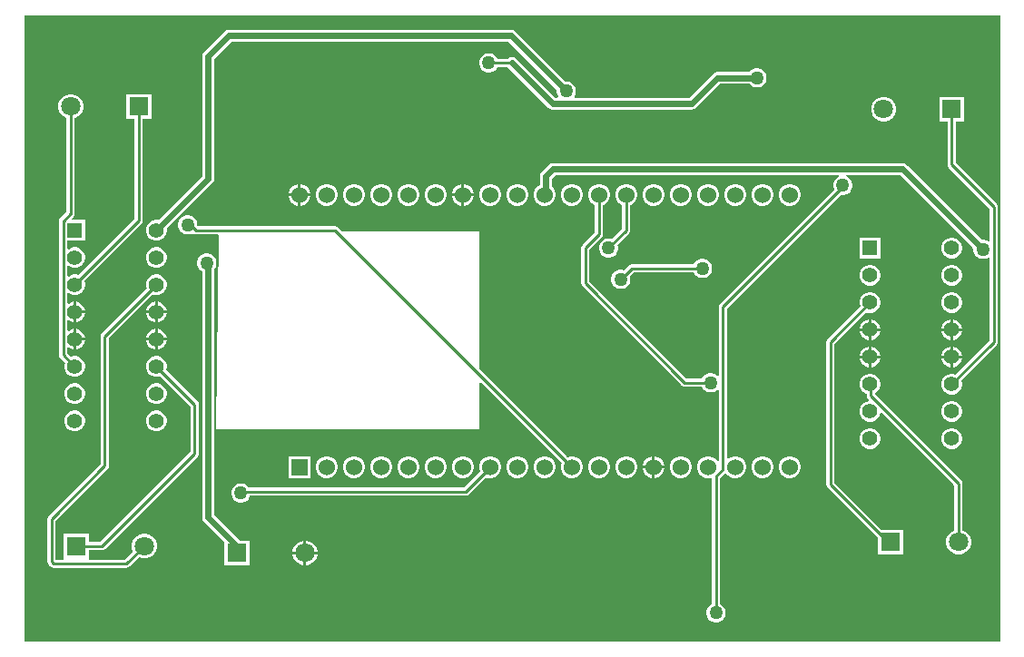
<source format=gbl>
G04*
G04 #@! TF.GenerationSoftware,Altium Limited,Altium Designer,23.9.2 (47)*
G04*
G04 Layer_Physical_Order=2*
G04 Layer_Color=16711680*
%FSLAX44Y44*%
%MOMM*%
G71*
G04*
G04 #@! TF.SameCoordinates,B2DA11A5-FBF5-4D8A-B6B0-860E356D3A20*
G04*
G04*
G04 #@! TF.FilePolarity,Positive*
G04*
G01*
G75*
%ADD12C,0.6000*%
%ADD15C,0.2540*%
%ADD49R,1.5300X1.5300*%
%ADD50C,1.5300*%
%ADD51R,1.8000X1.8000*%
%ADD52C,1.8000*%
%ADD53C,1.4000*%
%ADD54R,1.4000X1.4000*%
%ADD55C,1.2700*%
G36*
X1077640Y741680D02*
Y301930D01*
X1077640Y157480D01*
X467640D01*
X167640Y157480D01*
Y601930D01*
X167640Y741680D01*
X927640D01*
X1077640Y741680D01*
D02*
G37*
%LPC*%
G36*
X621490Y728279D02*
X621490Y728279D01*
X358140D01*
X358140Y728279D01*
X355978Y727849D01*
X354146Y726624D01*
X354146Y726624D01*
X335096Y707574D01*
X333871Y705742D01*
X333441Y703580D01*
X333442Y703580D01*
Y591620D01*
X292319Y550498D01*
X292086Y550560D01*
X289574D01*
X287148Y549910D01*
X284972Y548654D01*
X283196Y546878D01*
X281940Y544702D01*
X281290Y542276D01*
Y539764D01*
X281940Y537338D01*
X283196Y535162D01*
X284972Y533386D01*
X287148Y532130D01*
X289574Y531480D01*
X292086D01*
X294512Y532130D01*
X296688Y533386D01*
X298464Y535162D01*
X299720Y537338D01*
X300370Y539764D01*
Y542276D01*
X300308Y542509D01*
X343084Y585286D01*
X343084Y585286D01*
X344309Y587118D01*
X344739Y589280D01*
X344739Y589280D01*
Y701240D01*
X360480Y716982D01*
X619150D01*
X664210Y671922D01*
Y669850D01*
X664816Y667589D01*
X665705Y666049D01*
X665079Y664779D01*
X662740D01*
X626294Y701224D01*
X624462Y702449D01*
X622300Y702879D01*
X620138Y702449D01*
X618306Y701224D01*
X618233Y701115D01*
X608732D01*
X607824Y702689D01*
X606169Y704344D01*
X604141Y705514D01*
X601880Y706120D01*
X599540D01*
X597279Y705514D01*
X595251Y704344D01*
X593596Y702689D01*
X592426Y700661D01*
X591820Y698400D01*
Y696060D01*
X592426Y693799D01*
X593596Y691771D01*
X595251Y690116D01*
X597279Y688946D01*
X599540Y688340D01*
X601880D01*
X604141Y688946D01*
X606169Y690116D01*
X607824Y691771D01*
X608732Y693345D01*
X618233D01*
X618306Y693236D01*
X656406Y655136D01*
X656406Y655136D01*
X658238Y653911D01*
X660400Y653482D01*
X789940D01*
X789940Y653481D01*
X792102Y653911D01*
X793934Y655136D01*
X816410Y677611D01*
X843976D01*
X845441Y676146D01*
X847469Y674976D01*
X849730Y674370D01*
X852070D01*
X854331Y674976D01*
X856359Y676146D01*
X858014Y677801D01*
X859184Y679829D01*
X859790Y682090D01*
Y684430D01*
X859184Y686691D01*
X858014Y688719D01*
X856359Y690374D01*
X854331Y691544D01*
X852070Y692150D01*
X849730D01*
X847469Y691544D01*
X845441Y690374D01*
X843976Y688908D01*
X814070D01*
X814070Y688909D01*
X811908Y688479D01*
X810076Y687254D01*
X810076Y687254D01*
X787600Y664779D01*
X681121D01*
X680495Y666049D01*
X681384Y667589D01*
X681990Y669850D01*
Y672190D01*
X681384Y674451D01*
X680214Y676479D01*
X678559Y678134D01*
X676531Y679304D01*
X674270Y679910D01*
X672198D01*
X625484Y726624D01*
X623652Y727849D01*
X621490Y728279D01*
D02*
G37*
G36*
X970529Y665590D02*
X967491D01*
X964556Y664803D01*
X961924Y663284D01*
X959776Y661136D01*
X958257Y658504D01*
X957470Y655569D01*
Y652531D01*
X958257Y649596D01*
X959776Y646964D01*
X961924Y644816D01*
X964556Y643297D01*
X967491Y642510D01*
X970529D01*
X973464Y643297D01*
X976096Y644816D01*
X978244Y646964D01*
X979763Y649596D01*
X980550Y652531D01*
Y655569D01*
X979763Y658504D01*
X978244Y661136D01*
X976096Y663284D01*
X973464Y664803D01*
X970529Y665590D01*
D02*
G37*
G36*
X577922Y584230D02*
X577850D01*
Y575310D01*
X586770D01*
Y575382D01*
X586076Y577973D01*
X584734Y580297D01*
X582837Y582194D01*
X580513Y583536D01*
X577922Y584230D01*
D02*
G37*
G36*
X425522D02*
X425450D01*
Y575310D01*
X434370D01*
Y575382D01*
X433676Y577973D01*
X432334Y580297D01*
X430437Y582194D01*
X428113Y583536D01*
X425522Y584230D01*
D02*
G37*
G36*
X575310D02*
X575238D01*
X572647Y583536D01*
X570323Y582194D01*
X568426Y580297D01*
X567084Y577973D01*
X566390Y575382D01*
Y575310D01*
X575310D01*
Y584230D01*
D02*
G37*
G36*
X422910D02*
X422838D01*
X420247Y583536D01*
X417923Y582194D01*
X416026Y580297D01*
X414684Y577973D01*
X413990Y575382D01*
Y575310D01*
X422910D01*
Y584230D01*
D02*
G37*
G36*
X882722D02*
X880038D01*
X877447Y583536D01*
X875123Y582194D01*
X873226Y580297D01*
X871884Y577973D01*
X871190Y575382D01*
Y572698D01*
X871884Y570107D01*
X873226Y567783D01*
X875123Y565886D01*
X877447Y564544D01*
X880038Y563850D01*
X882722D01*
X885313Y564544D01*
X887637Y565886D01*
X889534Y567783D01*
X890876Y570107D01*
X891570Y572698D01*
Y575382D01*
X890876Y577973D01*
X889534Y580297D01*
X887637Y582194D01*
X885313Y583536D01*
X882722Y584230D01*
D02*
G37*
G36*
X857322D02*
X854638D01*
X852047Y583536D01*
X849723Y582194D01*
X847826Y580297D01*
X846484Y577973D01*
X845790Y575382D01*
Y572698D01*
X846484Y570107D01*
X847826Y567783D01*
X849723Y565886D01*
X852047Y564544D01*
X854638Y563850D01*
X857322D01*
X859913Y564544D01*
X862237Y565886D01*
X864134Y567783D01*
X865476Y570107D01*
X866170Y572698D01*
Y575382D01*
X865476Y577973D01*
X864134Y580297D01*
X862237Y582194D01*
X859913Y583536D01*
X857322Y584230D01*
D02*
G37*
G36*
X831922D02*
X829238D01*
X826647Y583536D01*
X824323Y582194D01*
X822426Y580297D01*
X821084Y577973D01*
X820390Y575382D01*
Y572698D01*
X821084Y570107D01*
X822426Y567783D01*
X824323Y565886D01*
X826647Y564544D01*
X829238Y563850D01*
X831922D01*
X834513Y564544D01*
X836837Y565886D01*
X838734Y567783D01*
X840076Y570107D01*
X840770Y572698D01*
Y575382D01*
X840076Y577973D01*
X838734Y580297D01*
X836837Y582194D01*
X834513Y583536D01*
X831922Y584230D01*
D02*
G37*
G36*
X806522D02*
X803838D01*
X801247Y583536D01*
X798923Y582194D01*
X797026Y580297D01*
X795684Y577973D01*
X794990Y575382D01*
Y572698D01*
X795684Y570107D01*
X797026Y567783D01*
X798923Y565886D01*
X801247Y564544D01*
X803838Y563850D01*
X806522D01*
X809113Y564544D01*
X811437Y565886D01*
X813334Y567783D01*
X814676Y570107D01*
X815370Y572698D01*
Y575382D01*
X814676Y577973D01*
X813334Y580297D01*
X811437Y582194D01*
X809113Y583536D01*
X806522Y584230D01*
D02*
G37*
G36*
X781122D02*
X778438D01*
X775847Y583536D01*
X773523Y582194D01*
X771626Y580297D01*
X770284Y577973D01*
X769590Y575382D01*
Y572698D01*
X770284Y570107D01*
X771626Y567783D01*
X773523Y565886D01*
X775847Y564544D01*
X778438Y563850D01*
X781122D01*
X783713Y564544D01*
X786037Y565886D01*
X787934Y567783D01*
X789276Y570107D01*
X789970Y572698D01*
Y575382D01*
X789276Y577973D01*
X787934Y580297D01*
X786037Y582194D01*
X783713Y583536D01*
X781122Y584230D01*
D02*
G37*
G36*
X755722D02*
X753038D01*
X750447Y583536D01*
X748123Y582194D01*
X746226Y580297D01*
X744884Y577973D01*
X744190Y575382D01*
Y572698D01*
X744884Y570107D01*
X746226Y567783D01*
X748123Y565886D01*
X750447Y564544D01*
X753038Y563850D01*
X755722D01*
X758313Y564544D01*
X760637Y565886D01*
X762534Y567783D01*
X763876Y570107D01*
X764570Y572698D01*
Y575382D01*
X763876Y577973D01*
X762534Y580297D01*
X760637Y582194D01*
X758313Y583536D01*
X755722Y584230D01*
D02*
G37*
G36*
X679522D02*
X676838D01*
X674247Y583536D01*
X671923Y582194D01*
X670026Y580297D01*
X668684Y577973D01*
X667990Y575382D01*
Y572698D01*
X668684Y570107D01*
X670026Y567783D01*
X671923Y565886D01*
X674247Y564544D01*
X676838Y563850D01*
X679522D01*
X682113Y564544D01*
X684437Y565886D01*
X686334Y567783D01*
X687676Y570107D01*
X688370Y572698D01*
Y575382D01*
X687676Y577973D01*
X686334Y580297D01*
X684437Y582194D01*
X682113Y583536D01*
X679522Y584230D01*
D02*
G37*
G36*
X628722D02*
X626038D01*
X623447Y583536D01*
X621123Y582194D01*
X619226Y580297D01*
X617884Y577973D01*
X617190Y575382D01*
Y572698D01*
X617884Y570107D01*
X619226Y567783D01*
X621123Y565886D01*
X623447Y564544D01*
X626038Y563850D01*
X628722D01*
X631313Y564544D01*
X633637Y565886D01*
X635534Y567783D01*
X636876Y570107D01*
X637570Y572698D01*
Y575382D01*
X636876Y577973D01*
X635534Y580297D01*
X633637Y582194D01*
X631313Y583536D01*
X628722Y584230D01*
D02*
G37*
G36*
X603322D02*
X600638D01*
X598047Y583536D01*
X595723Y582194D01*
X593826Y580297D01*
X592484Y577973D01*
X591790Y575382D01*
Y572698D01*
X592484Y570107D01*
X593826Y567783D01*
X595723Y565886D01*
X598047Y564544D01*
X600638Y563850D01*
X603322D01*
X605913Y564544D01*
X608237Y565886D01*
X610134Y567783D01*
X611476Y570107D01*
X612170Y572698D01*
Y575382D01*
X611476Y577973D01*
X610134Y580297D01*
X608237Y582194D01*
X605913Y583536D01*
X603322Y584230D01*
D02*
G37*
G36*
X586770Y572770D02*
X577850D01*
Y563850D01*
X577922D01*
X580513Y564544D01*
X582837Y565886D01*
X584734Y567783D01*
X586076Y570107D01*
X586770Y572698D01*
Y572770D01*
D02*
G37*
G36*
X575310D02*
X566390D01*
Y572698D01*
X567084Y570107D01*
X568426Y567783D01*
X570323Y565886D01*
X572647Y564544D01*
X575238Y563850D01*
X575310D01*
Y572770D01*
D02*
G37*
G36*
X552522Y584230D02*
X549838D01*
X547247Y583536D01*
X544923Y582194D01*
X543026Y580297D01*
X541684Y577973D01*
X540990Y575382D01*
Y572698D01*
X541684Y570107D01*
X543026Y567783D01*
X544923Y565886D01*
X547247Y564544D01*
X549838Y563850D01*
X552522D01*
X555113Y564544D01*
X557437Y565886D01*
X559334Y567783D01*
X560676Y570107D01*
X561370Y572698D01*
Y575382D01*
X560676Y577973D01*
X559334Y580297D01*
X557437Y582194D01*
X555113Y583536D01*
X552522Y584230D01*
D02*
G37*
G36*
X527122D02*
X524438D01*
X521847Y583536D01*
X519523Y582194D01*
X517626Y580297D01*
X516284Y577973D01*
X515590Y575382D01*
Y572698D01*
X516284Y570107D01*
X517626Y567783D01*
X519523Y565886D01*
X521847Y564544D01*
X524438Y563850D01*
X527122D01*
X529713Y564544D01*
X532037Y565886D01*
X533934Y567783D01*
X535276Y570107D01*
X535970Y572698D01*
Y575382D01*
X535276Y577973D01*
X533934Y580297D01*
X532037Y582194D01*
X529713Y583536D01*
X527122Y584230D01*
D02*
G37*
G36*
X501722D02*
X499038D01*
X496447Y583536D01*
X494123Y582194D01*
X492226Y580297D01*
X490884Y577973D01*
X490190Y575382D01*
Y572698D01*
X490884Y570107D01*
X492226Y567783D01*
X494123Y565886D01*
X496447Y564544D01*
X499038Y563850D01*
X501722D01*
X504313Y564544D01*
X506637Y565886D01*
X508534Y567783D01*
X509876Y570107D01*
X510570Y572698D01*
Y575382D01*
X509876Y577973D01*
X508534Y580297D01*
X506637Y582194D01*
X504313Y583536D01*
X501722Y584230D01*
D02*
G37*
G36*
X476322D02*
X473638D01*
X471047Y583536D01*
X468723Y582194D01*
X466826Y580297D01*
X465484Y577973D01*
X464790Y575382D01*
Y572698D01*
X465484Y570107D01*
X466826Y567783D01*
X468723Y565886D01*
X471047Y564544D01*
X473638Y563850D01*
X476322D01*
X478913Y564544D01*
X481237Y565886D01*
X483134Y567783D01*
X484476Y570107D01*
X485170Y572698D01*
Y575382D01*
X484476Y577973D01*
X483134Y580297D01*
X481237Y582194D01*
X478913Y583536D01*
X476322Y584230D01*
D02*
G37*
G36*
X450922D02*
X448238D01*
X445647Y583536D01*
X443323Y582194D01*
X441426Y580297D01*
X440084Y577973D01*
X439390Y575382D01*
Y572698D01*
X440084Y570107D01*
X441426Y567783D01*
X443323Y565886D01*
X445647Y564544D01*
X448238Y563850D01*
X450922D01*
X453513Y564544D01*
X455837Y565886D01*
X457734Y567783D01*
X459076Y570107D01*
X459770Y572698D01*
Y575382D01*
X459076Y577973D01*
X457734Y580297D01*
X455837Y582194D01*
X453513Y583536D01*
X450922Y584230D01*
D02*
G37*
G36*
X434370Y572770D02*
X425450D01*
Y563850D01*
X425522D01*
X428113Y564544D01*
X430437Y565886D01*
X432334Y567783D01*
X433676Y570107D01*
X434370Y572698D01*
Y572770D01*
D02*
G37*
G36*
X422910D02*
X413990D01*
Y572698D01*
X414684Y570107D01*
X416026Y567783D01*
X417923Y565886D01*
X420247Y564544D01*
X422838Y563850D01*
X422910D01*
Y572770D01*
D02*
G37*
G36*
X730322Y584230D02*
X727638D01*
X725047Y583536D01*
X722723Y582194D01*
X720826Y580297D01*
X719484Y577973D01*
X718790Y575382D01*
Y572698D01*
X719484Y570107D01*
X720826Y567783D01*
X722723Y565886D01*
X725047Y564544D01*
X725095Y564531D01*
Y542629D01*
X715396Y532930D01*
X713640Y533400D01*
X711300D01*
X709039Y532794D01*
X707011Y531624D01*
X705356Y529969D01*
X704186Y527941D01*
X703580Y525680D01*
Y523340D01*
X704186Y521079D01*
X705356Y519051D01*
X707011Y517396D01*
X709039Y516226D01*
X711300Y515620D01*
X713640D01*
X715901Y516226D01*
X717929Y517396D01*
X719584Y519051D01*
X720754Y521079D01*
X721360Y523340D01*
Y525680D01*
X720890Y527436D01*
X731727Y538273D01*
X732569Y539533D01*
X732865Y541020D01*
Y564531D01*
X732913Y564544D01*
X735237Y565886D01*
X737134Y567783D01*
X738476Y570107D01*
X739170Y572698D01*
Y575382D01*
X738476Y577973D01*
X737134Y580297D01*
X735237Y582194D01*
X732913Y583536D01*
X730322Y584230D01*
D02*
G37*
G36*
X1044050Y665590D02*
X1020970D01*
Y642510D01*
X1028625D01*
Y602361D01*
X1028921Y600874D01*
X1029763Y599614D01*
X1067995Y561382D01*
Y531217D01*
X1066725Y530615D01*
X1065151Y531524D01*
X1062890Y532130D01*
X1060818D01*
X990784Y602164D01*
X988952Y603389D01*
X986790Y603819D01*
X986790Y603819D01*
X660400D01*
X660400Y603819D01*
X658238Y603389D01*
X656406Y602164D01*
X656406Y602164D01*
X650021Y595779D01*
X648796Y593946D01*
X648366Y591785D01*
X648366Y591785D01*
Y583258D01*
X646523Y582194D01*
X644626Y580297D01*
X643284Y577973D01*
X642590Y575382D01*
Y572698D01*
X643284Y570107D01*
X644626Y567783D01*
X646523Y565886D01*
X648847Y564544D01*
X651438Y563850D01*
X654122D01*
X656713Y564544D01*
X659037Y565886D01*
X660934Y567783D01*
X662276Y570107D01*
X662970Y572698D01*
Y575382D01*
X662276Y577973D01*
X660934Y580297D01*
X659663Y581567D01*
Y589445D01*
X662740Y592522D01*
X927451D01*
X927618Y591251D01*
X927479Y591214D01*
X925451Y590044D01*
X923796Y588389D01*
X922626Y586361D01*
X922020Y584100D01*
Y581760D01*
X922626Y579499D01*
X922856Y579100D01*
X816373Y472617D01*
X815531Y471357D01*
X815235Y469870D01*
Y405633D01*
X813965Y405107D01*
X813179Y405894D01*
X811151Y407064D01*
X808890Y407670D01*
X806550D01*
X804289Y407064D01*
X802261Y405894D01*
X800606Y404239D01*
X799697Y402665D01*
X785199D01*
X694765Y493099D01*
Y522901D01*
X706327Y534463D01*
X707169Y535723D01*
X707465Y537210D01*
Y564531D01*
X707513Y564544D01*
X709837Y565886D01*
X711734Y567783D01*
X713076Y570107D01*
X713770Y572698D01*
Y575382D01*
X713076Y577973D01*
X711734Y580297D01*
X709837Y582194D01*
X707513Y583536D01*
X704922Y584230D01*
X702238D01*
X699647Y583536D01*
X697323Y582194D01*
X695426Y580297D01*
X694084Y577973D01*
X693390Y575382D01*
Y572698D01*
X694084Y570107D01*
X695426Y567783D01*
X697323Y565886D01*
X699647Y564544D01*
X699695Y564531D01*
Y538819D01*
X688133Y527257D01*
X687291Y525997D01*
X686995Y524510D01*
Y491490D01*
X687291Y490003D01*
X688133Y488743D01*
X780843Y396033D01*
X782103Y395191D01*
X783590Y394895D01*
X799697D01*
X800606Y393321D01*
X802261Y391666D01*
X804289Y390496D01*
X806550Y389890D01*
X808890D01*
X811151Y390496D01*
X813179Y391666D01*
X813965Y392453D01*
X815235Y391927D01*
Y325544D01*
X813965Y325203D01*
X813334Y326297D01*
X811437Y328194D01*
X809113Y329536D01*
X806522Y330230D01*
X803838D01*
X801247Y329536D01*
X798923Y328194D01*
X797026Y326297D01*
X795684Y323973D01*
X794990Y321382D01*
Y318698D01*
X795684Y316107D01*
X797026Y313783D01*
X798923Y311886D01*
X801247Y310544D01*
X803838Y309850D01*
X806522D01*
X807908Y310222D01*
X808915Y309448D01*
Y192173D01*
X807341Y191264D01*
X805686Y189609D01*
X804516Y187581D01*
X803910Y185320D01*
Y182980D01*
X804516Y180719D01*
X805686Y178691D01*
X807341Y177036D01*
X809369Y175866D01*
X811630Y175260D01*
X813970D01*
X816231Y175866D01*
X818259Y177036D01*
X819914Y178691D01*
X821084Y180719D01*
X821690Y182980D01*
Y185320D01*
X821084Y187581D01*
X819914Y189609D01*
X818259Y191264D01*
X816685Y192173D01*
Y309844D01*
X821029Y314188D01*
X822288Y314022D01*
X822426Y313783D01*
X824323Y311886D01*
X826647Y310544D01*
X829238Y309850D01*
X831922D01*
X834513Y310544D01*
X836837Y311886D01*
X838734Y313783D01*
X840076Y316107D01*
X840770Y318698D01*
Y321382D01*
X840076Y323973D01*
X838734Y326297D01*
X836837Y328194D01*
X834513Y329536D01*
X831922Y330230D01*
X829238D01*
X826647Y329536D01*
X824323Y328194D01*
X824178Y328049D01*
X823005Y328535D01*
Y468261D01*
X928986Y574242D01*
X929740Y574040D01*
X932080D01*
X934341Y574646D01*
X936369Y575816D01*
X938024Y577471D01*
X939194Y579499D01*
X939800Y581760D01*
Y584100D01*
X939194Y586361D01*
X938024Y588389D01*
X936369Y590044D01*
X934341Y591214D01*
X934202Y591251D01*
X934369Y592522D01*
X984450D01*
X1052830Y524142D01*
Y522070D01*
X1053436Y519809D01*
X1054606Y517781D01*
X1056261Y516126D01*
X1058289Y514956D01*
X1060550Y514350D01*
X1062890D01*
X1065151Y514956D01*
X1066725Y515865D01*
X1067995Y515263D01*
Y438489D01*
X1035967Y406460D01*
X1033766Y407050D01*
X1031254D01*
X1028828Y406400D01*
X1026652Y405144D01*
X1024876Y403368D01*
X1023620Y401192D01*
X1022970Y398766D01*
Y396254D01*
X1023620Y393828D01*
X1024876Y391652D01*
X1026652Y389876D01*
X1028828Y388620D01*
X1031254Y387970D01*
X1033766D01*
X1036192Y388620D01*
X1038368Y389876D01*
X1040144Y391652D01*
X1041400Y393828D01*
X1042050Y396254D01*
Y398766D01*
X1041460Y400967D01*
X1074627Y434133D01*
X1075469Y435393D01*
X1075765Y436880D01*
Y562991D01*
X1075469Y564477D01*
X1074627Y565738D01*
X1036395Y603970D01*
Y642510D01*
X1044050D01*
Y665590D01*
D02*
G37*
G36*
X1033766Y534050D02*
X1031254D01*
X1028828Y533400D01*
X1026652Y532144D01*
X1024876Y530368D01*
X1023620Y528192D01*
X1022970Y525766D01*
Y523254D01*
X1023620Y520828D01*
X1024876Y518652D01*
X1026652Y516876D01*
X1028828Y515620D01*
X1031254Y514970D01*
X1033766D01*
X1036192Y515620D01*
X1038368Y516876D01*
X1040144Y518652D01*
X1041400Y520828D01*
X1042050Y523254D01*
Y525766D01*
X1041400Y528192D01*
X1040144Y530368D01*
X1038368Y532144D01*
X1036192Y533400D01*
X1033766Y534050D01*
D02*
G37*
G36*
X965850D02*
X946770D01*
Y514970D01*
X965850D01*
Y534050D01*
D02*
G37*
G36*
X292086Y525160D02*
X289574D01*
X287148Y524510D01*
X284972Y523254D01*
X283196Y521478D01*
X281940Y519302D01*
X281290Y516876D01*
Y514364D01*
X281940Y511938D01*
X283196Y509762D01*
X284972Y507986D01*
X287148Y506730D01*
X289574Y506080D01*
X292086D01*
X294512Y506730D01*
X296688Y507986D01*
X298464Y509762D01*
X299720Y511938D01*
X300370Y514364D01*
Y516876D01*
X299720Y519302D01*
X298464Y521478D01*
X296688Y523254D01*
X294512Y524510D01*
X292086Y525160D01*
D02*
G37*
G36*
X285860Y668130D02*
X262780D01*
Y645050D01*
X270435D01*
Y551519D01*
X218087Y499170D01*
X215886Y499760D01*
X213374D01*
X210948Y499110D01*
X208975Y497971D01*
X207705Y498390D01*
Y507450D01*
X208975Y507869D01*
X210948Y506730D01*
X213374Y506080D01*
X215886D01*
X218312Y506730D01*
X220488Y507986D01*
X222264Y509762D01*
X223520Y511938D01*
X224170Y514364D01*
Y516876D01*
X223520Y519302D01*
X222264Y521478D01*
X220488Y523254D01*
X218312Y524510D01*
X215886Y525160D01*
X213374D01*
X210948Y524510D01*
X208975Y523371D01*
X207705Y523790D01*
Y531480D01*
X224170D01*
Y550560D01*
X211935D01*
X211449Y551733D01*
X213567Y553851D01*
X214409Y555112D01*
X214705Y556598D01*
Y645684D01*
X215274Y645836D01*
X217906Y647356D01*
X220054Y649504D01*
X221574Y652136D01*
X222360Y655071D01*
Y658109D01*
X221574Y661044D01*
X220054Y663676D01*
X217906Y665824D01*
X215274Y667344D01*
X212339Y668130D01*
X209301D01*
X206366Y667344D01*
X203734Y665824D01*
X201586Y663676D01*
X200067Y661044D01*
X199280Y658109D01*
Y655071D01*
X200067Y652136D01*
X201586Y649504D01*
X203734Y647356D01*
X206366Y645836D01*
X206935Y645684D01*
Y558207D01*
X201073Y552345D01*
X200231Y551085D01*
X199935Y549598D01*
Y424830D01*
X200231Y423343D01*
X201073Y422083D01*
X205680Y417477D01*
X205090Y415276D01*
Y412764D01*
X205740Y410338D01*
X206996Y408162D01*
X208772Y406386D01*
X210948Y405130D01*
X213374Y404480D01*
X215886D01*
X218312Y405130D01*
X220488Y406386D01*
X222264Y408162D01*
X223520Y410338D01*
X224170Y412764D01*
Y415276D01*
X223520Y417702D01*
X222264Y419878D01*
X220488Y421654D01*
X218312Y422910D01*
X215886Y423560D01*
X213374D01*
X211173Y422970D01*
X207705Y426439D01*
Y431250D01*
X208975Y431669D01*
X210948Y430530D01*
X213360Y429884D01*
Y439420D01*
Y448956D01*
X210948Y448310D01*
X208975Y447171D01*
X207705Y447590D01*
Y456650D01*
X208975Y457069D01*
X210948Y455930D01*
X213360Y455284D01*
Y464820D01*
Y474356D01*
X210948Y473710D01*
X208975Y472571D01*
X207705Y472990D01*
Y482050D01*
X208975Y482469D01*
X210948Y481330D01*
X213374Y480680D01*
X215886D01*
X218312Y481330D01*
X220488Y482586D01*
X222264Y484362D01*
X223520Y486538D01*
X224170Y488964D01*
Y491476D01*
X223580Y493677D01*
X277067Y547163D01*
X277909Y548423D01*
X278205Y549910D01*
Y645050D01*
X285860D01*
Y668130D01*
D02*
G37*
G36*
X801270Y514350D02*
X798930D01*
X796669Y513744D01*
X794641Y512574D01*
X792986Y510919D01*
X792077Y509345D01*
X734060D01*
X732573Y509049D01*
X731313Y508207D01*
X726826Y503720D01*
X725070Y504190D01*
X722730D01*
X720469Y503584D01*
X718441Y502414D01*
X716786Y500759D01*
X715616Y498731D01*
X715010Y496470D01*
Y494130D01*
X715616Y491869D01*
X716786Y489841D01*
X718441Y488186D01*
X720469Y487016D01*
X722730Y486410D01*
X725070D01*
X727331Y487016D01*
X729359Y488186D01*
X731014Y489841D01*
X732184Y491869D01*
X732790Y494130D01*
Y496470D01*
X732320Y498226D01*
X735669Y501575D01*
X792077D01*
X792986Y500001D01*
X794641Y498346D01*
X796669Y497176D01*
X798930Y496570D01*
X801270D01*
X803531Y497176D01*
X805559Y498346D01*
X807214Y500001D01*
X808384Y502029D01*
X808990Y504290D01*
Y506630D01*
X808384Y508891D01*
X807214Y510919D01*
X805559Y512574D01*
X803531Y513744D01*
X801270Y514350D01*
D02*
G37*
G36*
X1033766Y508650D02*
X1031254D01*
X1028828Y508000D01*
X1026652Y506744D01*
X1024876Y504968D01*
X1023620Y502792D01*
X1022970Y500366D01*
Y497854D01*
X1023620Y495428D01*
X1024876Y493252D01*
X1026652Y491476D01*
X1028828Y490220D01*
X1031254Y489570D01*
X1033766D01*
X1036192Y490220D01*
X1038368Y491476D01*
X1040144Y493252D01*
X1041400Y495428D01*
X1042050Y497854D01*
Y500366D01*
X1041400Y502792D01*
X1040144Y504968D01*
X1038368Y506744D01*
X1036192Y508000D01*
X1033766Y508650D01*
D02*
G37*
G36*
X957566D02*
X955054D01*
X952628Y508000D01*
X950452Y506744D01*
X948676Y504968D01*
X947420Y502792D01*
X946770Y500366D01*
Y497854D01*
X947420Y495428D01*
X948676Y493252D01*
X950452Y491476D01*
X952628Y490220D01*
X955054Y489570D01*
X957566D01*
X959992Y490220D01*
X962168Y491476D01*
X963944Y493252D01*
X965200Y495428D01*
X965850Y497854D01*
Y500366D01*
X965200Y502792D01*
X963944Y504968D01*
X962168Y506744D01*
X959992Y508000D01*
X957566Y508650D01*
D02*
G37*
G36*
X292086Y499760D02*
X289574D01*
X287148Y499110D01*
X284972Y497854D01*
X283196Y496078D01*
X281940Y493902D01*
X281290Y491476D01*
Y488964D01*
X281880Y486763D01*
X239823Y444707D01*
X238981Y443447D01*
X238685Y441960D01*
Y322919D01*
X190293Y274527D01*
X189451Y273267D01*
X189155Y271780D01*
Y231358D01*
X189451Y229871D01*
X190293Y228611D01*
X191781Y227123D01*
X193041Y226281D01*
X194528Y225985D01*
X262890D01*
X264377Y226281D01*
X265637Y227123D01*
X274435Y235921D01*
X274946Y235627D01*
X277881Y234840D01*
X280919D01*
X283854Y235627D01*
X286486Y237146D01*
X288634Y239294D01*
X290154Y241926D01*
X290940Y244861D01*
Y247899D01*
X290154Y250834D01*
X288634Y253466D01*
X286486Y255614D01*
X283854Y257134D01*
X280919Y257920D01*
X277881D01*
X274946Y257134D01*
X272314Y255614D01*
X270166Y253466D01*
X268647Y250834D01*
X267860Y247899D01*
Y244861D01*
X268647Y241926D01*
X268941Y241415D01*
X261281Y233755D01*
X227886D01*
X227440Y234840D01*
X227440Y235025D01*
Y242495D01*
X240030D01*
X241517Y242791D01*
X242777Y243633D01*
X329137Y329993D01*
X329979Y331253D01*
X330275Y332740D01*
Y378460D01*
X329979Y379947D01*
X329137Y381207D01*
X299780Y410563D01*
X300370Y412764D01*
Y415276D01*
X299720Y417702D01*
X298464Y419878D01*
X296688Y421654D01*
X294512Y422910D01*
X292086Y423560D01*
X289574D01*
X287148Y422910D01*
X284972Y421654D01*
X283196Y419878D01*
X281940Y417702D01*
X281290Y415276D01*
Y412764D01*
X281940Y410338D01*
X283196Y408162D01*
X284972Y406386D01*
X287148Y405130D01*
X289574Y404480D01*
X292086D01*
X294287Y405070D01*
X322505Y376851D01*
Y334349D01*
X238421Y250265D01*
X227440D01*
Y257920D01*
X204360D01*
Y235025D01*
X204360Y234840D01*
X203914Y233755D01*
X196925D01*
Y270171D01*
X245317Y318563D01*
X246159Y319823D01*
X246455Y321310D01*
Y440351D01*
X287373Y481270D01*
X289574Y480680D01*
X292086D01*
X294512Y481330D01*
X296688Y482586D01*
X298464Y484362D01*
X299720Y486538D01*
X300370Y488964D01*
Y491476D01*
X299720Y493902D01*
X298464Y496078D01*
X296688Y497854D01*
X294512Y499110D01*
X292086Y499760D01*
D02*
G37*
G36*
X292100Y474356D02*
Y466090D01*
X300366D01*
X299720Y468502D01*
X298464Y470678D01*
X296688Y472454D01*
X294512Y473710D01*
X292100Y474356D01*
D02*
G37*
G36*
X289560D02*
X287148Y473710D01*
X284972Y472454D01*
X283196Y470678D01*
X281940Y468502D01*
X281294Y466090D01*
X289560D01*
Y474356D01*
D02*
G37*
G36*
X215900D02*
Y466090D01*
X224166D01*
X223520Y468502D01*
X222264Y470678D01*
X220488Y472454D01*
X218312Y473710D01*
X215900Y474356D01*
D02*
G37*
G36*
X1033766Y483250D02*
X1031254D01*
X1028828Y482600D01*
X1026652Y481344D01*
X1024876Y479568D01*
X1023620Y477392D01*
X1022970Y474966D01*
Y472454D01*
X1023620Y470028D01*
X1024876Y467852D01*
X1026652Y466076D01*
X1028828Y464820D01*
X1031254Y464170D01*
X1033766D01*
X1036192Y464820D01*
X1038368Y466076D01*
X1040144Y467852D01*
X1041400Y470028D01*
X1042050Y472454D01*
Y474966D01*
X1041400Y477392D01*
X1040144Y479568D01*
X1038368Y481344D01*
X1036192Y482600D01*
X1033766Y483250D01*
D02*
G37*
G36*
X957566D02*
X955054D01*
X952628Y482600D01*
X950452Y481344D01*
X948676Y479568D01*
X947420Y477392D01*
X946770Y474966D01*
Y472454D01*
X947360Y470253D01*
X916733Y439627D01*
X915891Y438367D01*
X915595Y436880D01*
Y303530D01*
X915891Y302043D01*
X916733Y300783D01*
X963820Y253696D01*
Y238650D01*
X986900D01*
Y261730D01*
X966774D01*
X923365Y305139D01*
Y435271D01*
X952853Y464760D01*
X955054Y464170D01*
X957566D01*
X959992Y464820D01*
X962168Y466076D01*
X963944Y467852D01*
X965200Y470028D01*
X965850Y472454D01*
Y474966D01*
X965200Y477392D01*
X963944Y479568D01*
X962168Y481344D01*
X959992Y482600D01*
X957566Y483250D01*
D02*
G37*
G36*
X300366Y463550D02*
X292100D01*
Y455284D01*
X294512Y455930D01*
X296688Y457186D01*
X298464Y458962D01*
X299720Y461138D01*
X300366Y463550D01*
D02*
G37*
G36*
X289560D02*
X281294D01*
X281940Y461138D01*
X283196Y458962D01*
X284972Y457186D01*
X287148Y455930D01*
X289560Y455284D01*
Y463550D01*
D02*
G37*
G36*
X224166D02*
X215900D01*
Y455284D01*
X218312Y455930D01*
X220488Y457186D01*
X222264Y458962D01*
X223520Y461138D01*
X224166Y463550D01*
D02*
G37*
G36*
X1033780Y457846D02*
Y449580D01*
X1042046D01*
X1041400Y451992D01*
X1040144Y454168D01*
X1038368Y455944D01*
X1036192Y457200D01*
X1033780Y457846D01*
D02*
G37*
G36*
X1031240D02*
X1028828Y457200D01*
X1026652Y455944D01*
X1024876Y454168D01*
X1023620Y451992D01*
X1022974Y449580D01*
X1031240D01*
Y457846D01*
D02*
G37*
G36*
X957580D02*
Y449580D01*
X965846D01*
X965200Y451992D01*
X963944Y454168D01*
X962168Y455944D01*
X959992Y457200D01*
X957580Y457846D01*
D02*
G37*
G36*
X955040D02*
X952628Y457200D01*
X950452Y455944D01*
X948676Y454168D01*
X947420Y451992D01*
X946774Y449580D01*
X955040D01*
Y457846D01*
D02*
G37*
G36*
X292100Y448956D02*
Y440690D01*
X300366D01*
X299720Y443102D01*
X298464Y445278D01*
X296688Y447054D01*
X294512Y448310D01*
X292100Y448956D01*
D02*
G37*
G36*
X289560D02*
X287148Y448310D01*
X284972Y447054D01*
X283196Y445278D01*
X281940Y443102D01*
X281294Y440690D01*
X289560D01*
Y448956D01*
D02*
G37*
G36*
X215900D02*
Y440690D01*
X224166D01*
X223520Y443102D01*
X222264Y445278D01*
X220488Y447054D01*
X218312Y448310D01*
X215900Y448956D01*
D02*
G37*
G36*
X1042046Y447040D02*
X1033780D01*
Y438774D01*
X1036192Y439420D01*
X1038368Y440676D01*
X1040144Y442452D01*
X1041400Y444628D01*
X1042046Y447040D01*
D02*
G37*
G36*
X1031240D02*
X1022974D01*
X1023620Y444628D01*
X1024876Y442452D01*
X1026652Y440676D01*
X1028828Y439420D01*
X1031240Y438774D01*
Y447040D01*
D02*
G37*
G36*
X965846D02*
X957580D01*
Y438774D01*
X959992Y439420D01*
X962168Y440676D01*
X963944Y442452D01*
X965200Y444628D01*
X965846Y447040D01*
D02*
G37*
G36*
X955040D02*
X946774D01*
X947420Y444628D01*
X948676Y442452D01*
X950452Y440676D01*
X952628Y439420D01*
X955040Y438774D01*
Y447040D01*
D02*
G37*
G36*
X300366Y438150D02*
X292100D01*
Y429884D01*
X294512Y430530D01*
X296688Y431786D01*
X298464Y433562D01*
X299720Y435738D01*
X300366Y438150D01*
D02*
G37*
G36*
X289560D02*
X281294D01*
X281940Y435738D01*
X283196Y433562D01*
X284972Y431786D01*
X287148Y430530D01*
X289560Y429884D01*
Y438150D01*
D02*
G37*
G36*
X224166D02*
X215900D01*
Y429884D01*
X218312Y430530D01*
X220488Y431786D01*
X222264Y433562D01*
X223520Y435738D01*
X224166Y438150D01*
D02*
G37*
G36*
X1033780Y432446D02*
Y424180D01*
X1042046D01*
X1041400Y426592D01*
X1040144Y428768D01*
X1038368Y430544D01*
X1036192Y431800D01*
X1033780Y432446D01*
D02*
G37*
G36*
X1031240D02*
X1028828Y431800D01*
X1026652Y430544D01*
X1024876Y428768D01*
X1023620Y426592D01*
X1022974Y424180D01*
X1031240D01*
Y432446D01*
D02*
G37*
G36*
X957580D02*
Y424180D01*
X965846D01*
X965200Y426592D01*
X963944Y428768D01*
X962168Y430544D01*
X959992Y431800D01*
X957580Y432446D01*
D02*
G37*
G36*
X955040D02*
X952628Y431800D01*
X950452Y430544D01*
X948676Y428768D01*
X947420Y426592D01*
X946774Y424180D01*
X955040D01*
Y432446D01*
D02*
G37*
G36*
X1042046Y421640D02*
X1033780D01*
Y413374D01*
X1036192Y414020D01*
X1038368Y415276D01*
X1040144Y417052D01*
X1041400Y419228D01*
X1042046Y421640D01*
D02*
G37*
G36*
X1031240D02*
X1022974D01*
X1023620Y419228D01*
X1024876Y417052D01*
X1026652Y415276D01*
X1028828Y414020D01*
X1031240Y413374D01*
Y421640D01*
D02*
G37*
G36*
X965846D02*
X957580D01*
Y413374D01*
X959992Y414020D01*
X962168Y415276D01*
X963944Y417052D01*
X965200Y419228D01*
X965846Y421640D01*
D02*
G37*
G36*
X955040D02*
X946774D01*
X947420Y419228D01*
X948676Y417052D01*
X950452Y415276D01*
X952628Y414020D01*
X955040Y413374D01*
Y421640D01*
D02*
G37*
G36*
X292086Y398160D02*
X289574D01*
X287148Y397510D01*
X284972Y396254D01*
X283196Y394478D01*
X281940Y392302D01*
X281290Y389876D01*
Y387364D01*
X281940Y384938D01*
X283196Y382762D01*
X284972Y380986D01*
X287148Y379730D01*
X289574Y379080D01*
X292086D01*
X294512Y379730D01*
X296688Y380986D01*
X298464Y382762D01*
X299720Y384938D01*
X300370Y387364D01*
Y389876D01*
X299720Y392302D01*
X298464Y394478D01*
X296688Y396254D01*
X294512Y397510D01*
X292086Y398160D01*
D02*
G37*
G36*
X215886D02*
X213374D01*
X210948Y397510D01*
X208772Y396254D01*
X206996Y394478D01*
X205740Y392302D01*
X205090Y389876D01*
Y387364D01*
X205740Y384938D01*
X206996Y382762D01*
X208772Y380986D01*
X210948Y379730D01*
X213374Y379080D01*
X215886D01*
X218312Y379730D01*
X220488Y380986D01*
X222264Y382762D01*
X223520Y384938D01*
X224170Y387364D01*
Y389876D01*
X223520Y392302D01*
X222264Y394478D01*
X220488Y396254D01*
X218312Y397510D01*
X215886Y398160D01*
D02*
G37*
G36*
X1033766Y381650D02*
X1031254D01*
X1028828Y381000D01*
X1026652Y379744D01*
X1024876Y377968D01*
X1023620Y375792D01*
X1022970Y373366D01*
Y370854D01*
X1023620Y368428D01*
X1024876Y366252D01*
X1026652Y364476D01*
X1028828Y363220D01*
X1031254Y362570D01*
X1033766D01*
X1036192Y363220D01*
X1038368Y364476D01*
X1040144Y366252D01*
X1041400Y368428D01*
X1042050Y370854D01*
Y373366D01*
X1041400Y375792D01*
X1040144Y377968D01*
X1038368Y379744D01*
X1036192Y381000D01*
X1033766Y381650D01*
D02*
G37*
G36*
X292086Y372760D02*
X289574D01*
X287148Y372110D01*
X284972Y370854D01*
X283196Y369078D01*
X281940Y366902D01*
X281290Y364476D01*
Y361964D01*
X281940Y359538D01*
X283196Y357362D01*
X284972Y355586D01*
X287148Y354330D01*
X289574Y353680D01*
X292086D01*
X294512Y354330D01*
X296688Y355586D01*
X298464Y357362D01*
X299720Y359538D01*
X300370Y361964D01*
Y364476D01*
X299720Y366902D01*
X298464Y369078D01*
X296688Y370854D01*
X294512Y372110D01*
X292086Y372760D01*
D02*
G37*
G36*
X215886D02*
X213374D01*
X210948Y372110D01*
X208772Y370854D01*
X206996Y369078D01*
X205740Y366902D01*
X205090Y364476D01*
Y361964D01*
X205740Y359538D01*
X206996Y357362D01*
X208772Y355586D01*
X210948Y354330D01*
X213374Y353680D01*
X215886D01*
X218312Y354330D01*
X220488Y355586D01*
X222264Y357362D01*
X223520Y359538D01*
X224170Y361964D01*
Y364476D01*
X223520Y366902D01*
X222264Y369078D01*
X220488Y370854D01*
X218312Y372110D01*
X215886Y372760D01*
D02*
G37*
G36*
X1033766Y356250D02*
X1031254D01*
X1028828Y355600D01*
X1026652Y354344D01*
X1024876Y352568D01*
X1023620Y350392D01*
X1022970Y347966D01*
Y345454D01*
X1023620Y343028D01*
X1024876Y340852D01*
X1026652Y339076D01*
X1028828Y337820D01*
X1031254Y337170D01*
X1033766D01*
X1036192Y337820D01*
X1038368Y339076D01*
X1040144Y340852D01*
X1041400Y343028D01*
X1042050Y345454D01*
Y347966D01*
X1041400Y350392D01*
X1040144Y352568D01*
X1038368Y354344D01*
X1036192Y355600D01*
X1033766Y356250D01*
D02*
G37*
G36*
X957566D02*
X955054D01*
X952628Y355600D01*
X950452Y354344D01*
X948676Y352568D01*
X947420Y350392D01*
X946770Y347966D01*
Y345454D01*
X947420Y343028D01*
X948676Y340852D01*
X950452Y339076D01*
X952628Y337820D01*
X955054Y337170D01*
X957566D01*
X959992Y337820D01*
X962168Y339076D01*
X963944Y340852D01*
X965200Y343028D01*
X965850Y345454D01*
Y347966D01*
X965200Y350392D01*
X963944Y352568D01*
X962168Y354344D01*
X959992Y355600D01*
X957566Y356250D01*
D02*
G37*
G36*
X755722Y330230D02*
X755650D01*
Y321310D01*
X764570D01*
Y321382D01*
X763876Y323973D01*
X762534Y326297D01*
X760637Y328194D01*
X758313Y329536D01*
X755722Y330230D01*
D02*
G37*
G36*
X753110D02*
X753038D01*
X750447Y329536D01*
X748123Y328194D01*
X746226Y326297D01*
X744884Y323973D01*
X744190Y321382D01*
Y321310D01*
X753110D01*
Y330230D01*
D02*
G37*
G36*
X882722D02*
X880038D01*
X877447Y329536D01*
X875123Y328194D01*
X873226Y326297D01*
X871884Y323973D01*
X871190Y321382D01*
Y318698D01*
X871884Y316107D01*
X873226Y313783D01*
X875123Y311886D01*
X877447Y310544D01*
X880038Y309850D01*
X882722D01*
X885313Y310544D01*
X887637Y311886D01*
X889534Y313783D01*
X890876Y316107D01*
X891570Y318698D01*
Y321382D01*
X890876Y323973D01*
X889534Y326297D01*
X887637Y328194D01*
X885313Y329536D01*
X882722Y330230D01*
D02*
G37*
G36*
X857322D02*
X854638D01*
X852047Y329536D01*
X849723Y328194D01*
X847826Y326297D01*
X846484Y323973D01*
X845790Y321382D01*
Y318698D01*
X846484Y316107D01*
X847826Y313783D01*
X849723Y311886D01*
X852047Y310544D01*
X854638Y309850D01*
X857322D01*
X859913Y310544D01*
X862237Y311886D01*
X864134Y313783D01*
X865476Y316107D01*
X866170Y318698D01*
Y321382D01*
X865476Y323973D01*
X864134Y326297D01*
X862237Y328194D01*
X859913Y329536D01*
X857322Y330230D01*
D02*
G37*
G36*
X781122D02*
X778438D01*
X775847Y329536D01*
X773523Y328194D01*
X771626Y326297D01*
X770284Y323973D01*
X769590Y321382D01*
Y318698D01*
X770284Y316107D01*
X771626Y313783D01*
X773523Y311886D01*
X775847Y310544D01*
X778438Y309850D01*
X781122D01*
X783713Y310544D01*
X786037Y311886D01*
X787934Y313783D01*
X789276Y316107D01*
X789970Y318698D01*
Y321382D01*
X789276Y323973D01*
X787934Y326297D01*
X786037Y328194D01*
X783713Y329536D01*
X781122Y330230D01*
D02*
G37*
G36*
X764570Y318770D02*
X755650D01*
Y309850D01*
X755722D01*
X758313Y310544D01*
X760637Y311886D01*
X762534Y313783D01*
X763876Y316107D01*
X764570Y318698D01*
Y318770D01*
D02*
G37*
G36*
X753110D02*
X744190D01*
Y318698D01*
X744884Y316107D01*
X746226Y313783D01*
X748123Y311886D01*
X750447Y310544D01*
X753038Y309850D01*
X753110D01*
Y318770D01*
D02*
G37*
G36*
X730322Y330230D02*
X727638D01*
X725047Y329536D01*
X722723Y328194D01*
X720826Y326297D01*
X719484Y323973D01*
X718790Y321382D01*
Y318698D01*
X719484Y316107D01*
X720826Y313783D01*
X722723Y311886D01*
X725047Y310544D01*
X727638Y309850D01*
X730322D01*
X732913Y310544D01*
X735237Y311886D01*
X737134Y313783D01*
X738476Y316107D01*
X739170Y318698D01*
Y321382D01*
X738476Y323973D01*
X737134Y326297D01*
X735237Y328194D01*
X732913Y329536D01*
X730322Y330230D01*
D02*
G37*
G36*
X704922D02*
X702238D01*
X699647Y329536D01*
X697323Y328194D01*
X695426Y326297D01*
X694084Y323973D01*
X693390Y321382D01*
Y318698D01*
X694084Y316107D01*
X695426Y313783D01*
X697323Y311886D01*
X699647Y310544D01*
X702238Y309850D01*
X704922D01*
X707513Y310544D01*
X709837Y311886D01*
X711734Y313783D01*
X713076Y316107D01*
X713770Y318698D01*
Y321382D01*
X713076Y323973D01*
X711734Y326297D01*
X709837Y328194D01*
X707513Y329536D01*
X704922Y330230D01*
D02*
G37*
G36*
X321210Y554990D02*
X318870D01*
X316609Y554384D01*
X314581Y553214D01*
X312926Y551559D01*
X311756Y549531D01*
X311150Y547270D01*
Y544930D01*
X311756Y542669D01*
X312926Y540641D01*
X314581Y538986D01*
X316609Y537816D01*
X318870Y537210D01*
X321210D01*
X323471Y537816D01*
X324808Y538587D01*
X325122Y538273D01*
X326383Y537431D01*
X327869Y537135D01*
X348310D01*
X349202Y536231D01*
X346710Y355600D01*
X589280D01*
X591820Y355600D01*
Y399247D01*
X592993Y399733D01*
X668710Y324017D01*
X668684Y323973D01*
X667990Y321382D01*
Y318698D01*
X668684Y316107D01*
X670026Y313783D01*
X671923Y311886D01*
X674247Y310544D01*
X676838Y309850D01*
X679522D01*
X682113Y310544D01*
X684437Y311886D01*
X686334Y313783D01*
X687676Y316107D01*
X688370Y318698D01*
Y321382D01*
X687676Y323973D01*
X686334Y326297D01*
X684437Y328194D01*
X682113Y329536D01*
X679522Y330230D01*
X676838D01*
X674247Y329536D01*
X674203Y329510D01*
X591820Y411894D01*
Y539750D01*
X463964D01*
X459947Y543767D01*
X458687Y544609D01*
X457200Y544905D01*
X329478D01*
X328930Y545453D01*
Y547270D01*
X328324Y549531D01*
X327154Y551559D01*
X325499Y553214D01*
X323471Y554384D01*
X321210Y554990D01*
D02*
G37*
G36*
X654122Y330230D02*
X651438D01*
X648847Y329536D01*
X646523Y328194D01*
X644626Y326297D01*
X643284Y323973D01*
X642590Y321382D01*
Y318698D01*
X643284Y316107D01*
X644626Y313783D01*
X646523Y311886D01*
X648847Y310544D01*
X651438Y309850D01*
X654122D01*
X656713Y310544D01*
X659037Y311886D01*
X660934Y313783D01*
X662276Y316107D01*
X662970Y318698D01*
Y321382D01*
X662276Y323973D01*
X660934Y326297D01*
X659037Y328194D01*
X656713Y329536D01*
X654122Y330230D01*
D02*
G37*
G36*
X628722D02*
X626038D01*
X623447Y329536D01*
X621123Y328194D01*
X619226Y326297D01*
X617884Y323973D01*
X617190Y321382D01*
Y318698D01*
X617884Y316107D01*
X619226Y313783D01*
X621123Y311886D01*
X623447Y310544D01*
X626038Y309850D01*
X628722D01*
X631313Y310544D01*
X633637Y311886D01*
X635534Y313783D01*
X636876Y316107D01*
X637570Y318698D01*
Y321382D01*
X636876Y323973D01*
X635534Y326297D01*
X633637Y328194D01*
X631313Y329536D01*
X628722Y330230D01*
D02*
G37*
G36*
X603322D02*
X600638D01*
X598047Y329536D01*
X595723Y328194D01*
X593826Y326297D01*
X592484Y323973D01*
X591790Y321382D01*
Y318698D01*
X592484Y316107D01*
X592510Y316063D01*
X583883Y307437D01*
X577511Y301065D01*
X376859D01*
X376684Y301369D01*
X375029Y303024D01*
X373001Y304194D01*
X370740Y304800D01*
X368400D01*
X366139Y304194D01*
X364111Y303024D01*
X362456Y301369D01*
X361286Y299341D01*
X360680Y297080D01*
Y294740D01*
X361286Y292479D01*
X362456Y290451D01*
X364111Y288796D01*
X366139Y287626D01*
X368400Y287020D01*
X370740D01*
X373001Y287626D01*
X375029Y288796D01*
X376684Y290451D01*
X377854Y292479D01*
X378073Y293295D01*
X579120D01*
X580607Y293591D01*
X581867Y294433D01*
X589377Y301943D01*
X598003Y310570D01*
X598047Y310544D01*
X600638Y309850D01*
X603322D01*
X605913Y310544D01*
X608237Y311886D01*
X610134Y313783D01*
X611476Y316107D01*
X612170Y318698D01*
Y321382D01*
X611476Y323973D01*
X610134Y326297D01*
X608237Y328194D01*
X605913Y329536D01*
X603322Y330230D01*
D02*
G37*
G36*
X577922D02*
X575238D01*
X572647Y329536D01*
X570323Y328194D01*
X568426Y326297D01*
X567084Y323973D01*
X566390Y321382D01*
Y318698D01*
X567084Y316107D01*
X568426Y313783D01*
X570323Y311886D01*
X572647Y310544D01*
X575238Y309850D01*
X577922D01*
X580513Y310544D01*
X582837Y311886D01*
X584734Y313783D01*
X586076Y316107D01*
X586770Y318698D01*
Y321382D01*
X586076Y323973D01*
X584734Y326297D01*
X582837Y328194D01*
X580513Y329536D01*
X577922Y330230D01*
D02*
G37*
G36*
X552522D02*
X549838D01*
X547247Y329536D01*
X544923Y328194D01*
X543026Y326297D01*
X541684Y323973D01*
X540990Y321382D01*
Y318698D01*
X541684Y316107D01*
X543026Y313783D01*
X544923Y311886D01*
X547247Y310544D01*
X549838Y309850D01*
X552522D01*
X555113Y310544D01*
X557437Y311886D01*
X559334Y313783D01*
X560676Y316107D01*
X561370Y318698D01*
Y321382D01*
X560676Y323973D01*
X559334Y326297D01*
X557437Y328194D01*
X555113Y329536D01*
X552522Y330230D01*
D02*
G37*
G36*
X527122D02*
X524438D01*
X521847Y329536D01*
X519523Y328194D01*
X517626Y326297D01*
X516284Y323973D01*
X515590Y321382D01*
Y318698D01*
X516284Y316107D01*
X517626Y313783D01*
X519523Y311886D01*
X521847Y310544D01*
X524438Y309850D01*
X527122D01*
X529713Y310544D01*
X532037Y311886D01*
X533934Y313783D01*
X535276Y316107D01*
X535970Y318698D01*
Y321382D01*
X535276Y323973D01*
X533934Y326297D01*
X532037Y328194D01*
X529713Y329536D01*
X527122Y330230D01*
D02*
G37*
G36*
X501722D02*
X499038D01*
X496447Y329536D01*
X494123Y328194D01*
X492226Y326297D01*
X490884Y323973D01*
X490190Y321382D01*
Y318698D01*
X490884Y316107D01*
X492226Y313783D01*
X494123Y311886D01*
X496447Y310544D01*
X499038Y309850D01*
X501722D01*
X504313Y310544D01*
X506637Y311886D01*
X508534Y313783D01*
X509876Y316107D01*
X510570Y318698D01*
Y321382D01*
X509876Y323973D01*
X508534Y326297D01*
X506637Y328194D01*
X504313Y329536D01*
X501722Y330230D01*
D02*
G37*
G36*
X476322D02*
X473638D01*
X471047Y329536D01*
X468723Y328194D01*
X466826Y326297D01*
X465484Y323973D01*
X464790Y321382D01*
Y318698D01*
X465484Y316107D01*
X466826Y313783D01*
X468723Y311886D01*
X471047Y310544D01*
X473638Y309850D01*
X476322D01*
X478913Y310544D01*
X481237Y311886D01*
X483134Y313783D01*
X484476Y316107D01*
X485170Y318698D01*
Y321382D01*
X484476Y323973D01*
X483134Y326297D01*
X481237Y328194D01*
X478913Y329536D01*
X476322Y330230D01*
D02*
G37*
G36*
X450922D02*
X448238D01*
X445647Y329536D01*
X443323Y328194D01*
X441426Y326297D01*
X440084Y323973D01*
X439390Y321382D01*
Y318698D01*
X440084Y316107D01*
X441426Y313783D01*
X443323Y311886D01*
X445647Y310544D01*
X448238Y309850D01*
X450922D01*
X453513Y310544D01*
X455837Y311886D01*
X457734Y313783D01*
X459076Y316107D01*
X459770Y318698D01*
Y321382D01*
X459076Y323973D01*
X457734Y326297D01*
X455837Y328194D01*
X453513Y329536D01*
X450922Y330230D01*
D02*
G37*
G36*
X434370D02*
X413990D01*
Y309850D01*
X434370D01*
Y330230D01*
D02*
G37*
G36*
X430779Y251570D02*
X430530D01*
Y241300D01*
X440800D01*
Y241549D01*
X440014Y244484D01*
X438494Y247116D01*
X436346Y249264D01*
X433714Y250784D01*
X430779Y251570D01*
D02*
G37*
G36*
X427990D02*
X427741D01*
X424806Y250784D01*
X422174Y249264D01*
X420026Y247116D01*
X418507Y244484D01*
X417720Y241549D01*
Y241300D01*
X427990D01*
Y251570D01*
D02*
G37*
G36*
X957566Y407050D02*
X955054D01*
X952628Y406400D01*
X950452Y405144D01*
X948676Y403368D01*
X947420Y401192D01*
X946770Y398766D01*
Y396254D01*
X947420Y393828D01*
X948676Y391652D01*
X950452Y389876D01*
X952628Y388620D01*
X953123Y388487D01*
Y386700D01*
X953419Y385213D01*
X954261Y383953D01*
X955430Y382784D01*
X954828Y381590D01*
X952628Y381000D01*
X950452Y379744D01*
X948676Y377968D01*
X947420Y375792D01*
X946770Y373366D01*
Y370854D01*
X947420Y368428D01*
X948676Y366252D01*
X950452Y364476D01*
X952628Y363220D01*
X955054Y362570D01*
X957566D01*
X959992Y363220D01*
X962168Y364476D01*
X963944Y366252D01*
X965200Y368428D01*
X965789Y370628D01*
X966984Y371230D01*
X973907Y364307D01*
X1034975Y303239D01*
Y261096D01*
X1034406Y260944D01*
X1031774Y259424D01*
X1029626Y257276D01*
X1028107Y254644D01*
X1027320Y251709D01*
Y248671D01*
X1028107Y245736D01*
X1029626Y243104D01*
X1031774Y240956D01*
X1034406Y239436D01*
X1037341Y238650D01*
X1040379D01*
X1043314Y239436D01*
X1045946Y240956D01*
X1048094Y243104D01*
X1049613Y245736D01*
X1050400Y248671D01*
Y251709D01*
X1049613Y254644D01*
X1048094Y257276D01*
X1045946Y259424D01*
X1043314Y260944D01*
X1042745Y261096D01*
Y304848D01*
X1042449Y306334D01*
X1041607Y307595D01*
X979401Y369801D01*
X961204Y387997D01*
X961335Y389396D01*
X962168Y389876D01*
X963944Y391652D01*
X965200Y393828D01*
X965850Y396254D01*
Y398766D01*
X965200Y401192D01*
X963944Y403368D01*
X962168Y405144D01*
X959992Y406400D01*
X957566Y407050D01*
D02*
G37*
G36*
X440800Y238760D02*
X430530D01*
Y228490D01*
X430779D01*
X433714Y229277D01*
X436346Y230796D01*
X438494Y232944D01*
X440014Y235576D01*
X440800Y238511D01*
Y238760D01*
D02*
G37*
G36*
X427990D02*
X417720D01*
Y238511D01*
X418507Y235576D01*
X420026Y232944D01*
X422174Y230796D01*
X424806Y229277D01*
X427741Y228490D01*
X427990D01*
Y238760D01*
D02*
G37*
G36*
X338990Y519430D02*
X336650D01*
X334389Y518824D01*
X332361Y517654D01*
X330706Y515999D01*
X329536Y513971D01*
X328930Y511710D01*
Y509370D01*
X329536Y507109D01*
X330706Y505081D01*
X332361Y503426D01*
X333442Y502803D01*
Y273050D01*
X333441Y273050D01*
X333871Y270888D01*
X335096Y269056D01*
X354220Y249932D01*
Y228490D01*
X377300D01*
Y251570D01*
X368558D01*
X344739Y275390D01*
Y504886D01*
X344934Y505081D01*
X346104Y507109D01*
X346710Y509370D01*
Y511710D01*
X346104Y513971D01*
X344934Y515999D01*
X343279Y517654D01*
X341251Y518824D01*
X338990Y519430D01*
D02*
G37*
%LPD*%
D12*
X358140Y722630D02*
X621490D01*
X622300Y697230D02*
X660400Y659130D01*
X789940D02*
X814070Y683260D01*
X660400Y659130D02*
X789940D01*
X621490Y722630D02*
X673100Y671020D01*
X654015Y591785D02*
X660400Y598170D01*
X654015Y575275D02*
Y589280D01*
Y591785D01*
X660400Y598170D02*
X986790D01*
X339090Y703580D02*
X358140Y722630D01*
X339090Y273050D02*
Y511786D01*
X814070Y683260D02*
X850900D01*
X339090Y589280D02*
Y703580D01*
X290830Y541020D02*
X339090Y589280D01*
Y273050D02*
X365760Y246380D01*
X986790Y598170D02*
X1061720Y523240D01*
D15*
X600710Y697230D02*
X622300D01*
X652780Y574040D02*
X654015Y575275D01*
X819120Y317773D02*
Y469870D01*
X690880Y491490D02*
X783590Y398780D01*
X812800Y311453D02*
X819120Y317773D01*
X783590Y398780D02*
X807720D01*
X812800Y184150D02*
Y311453D01*
X819120Y469870D02*
X930910Y581660D01*
X320040Y546100D02*
X322789D01*
X327869Y541020D02*
X457200D01*
X322789Y546100D02*
X327869Y541020D01*
X370840Y297180D02*
X467640D01*
X369570Y295910D02*
X370840Y297180D01*
X1032510Y397510D02*
X1071880Y436880D01*
Y562991D01*
X1032510Y602361D02*
X1071880Y562991D01*
X1032510Y602361D02*
Y654050D01*
X586630Y304690D02*
X601980Y320040D01*
X579120Y297180D02*
X586630Y304690D01*
X467640Y297180D02*
X579120D01*
X690880Y491490D02*
Y524510D01*
X703580Y537210D01*
Y574040D01*
X723900Y495300D02*
X734060Y505460D01*
X800100D01*
X712470Y524510D02*
X728980Y541020D01*
Y574040D01*
X457200Y541020D02*
X678180Y320040D01*
X203820Y424830D02*
Y549598D01*
X210820Y556598D01*
X203820Y424830D02*
X214630Y414020D01*
X574313Y322307D02*
X576580Y320040D01*
X274320Y549910D02*
Y656590D01*
X214630Y490220D02*
X274320Y549910D01*
X210820Y556598D02*
Y656590D01*
X240030Y246380D02*
X326390Y332740D01*
Y378460D01*
X290830Y414020D02*
X326390Y378460D01*
X242570Y321310D02*
Y441960D01*
X290830Y490220D01*
X193040Y271780D02*
X242570Y321310D01*
X193040Y231358D02*
Y271780D01*
Y231358D02*
X194528Y229870D01*
X262890D01*
X215900Y246380D02*
X240030D01*
X262890Y229870D02*
X279400Y246380D01*
X976654Y367054D02*
X1038860Y304848D01*
X957008Y386700D02*
X976654Y367054D01*
X957008Y386700D02*
Y396812D01*
X956310Y397510D02*
X957008Y396812D01*
X1038860Y247650D02*
Y304848D01*
X919480Y436880D02*
X956310Y473710D01*
X919480Y303530D02*
Y436880D01*
Y303530D02*
X975360Y247650D01*
D49*
X424180Y320040D02*
D03*
D50*
X449580D02*
D03*
X474980D02*
D03*
X500380D02*
D03*
X525780D02*
D03*
X551180D02*
D03*
X576580D02*
D03*
X601980D02*
D03*
X627380D02*
D03*
X652780D02*
D03*
X678180D02*
D03*
X703580D02*
D03*
X728980D02*
D03*
X754380D02*
D03*
X779780D02*
D03*
X805180D02*
D03*
X830580D02*
D03*
X855980D02*
D03*
X881380D02*
D03*
Y574040D02*
D03*
X855980D02*
D03*
X830580D02*
D03*
X805180D02*
D03*
X779780D02*
D03*
X754380D02*
D03*
X728980D02*
D03*
X703580D02*
D03*
X678180D02*
D03*
X652780D02*
D03*
X627380D02*
D03*
X601980D02*
D03*
X576580D02*
D03*
X551180D02*
D03*
X525780D02*
D03*
X500380D02*
D03*
X474980D02*
D03*
X449580D02*
D03*
X424180D02*
D03*
D51*
X215900Y246380D02*
D03*
X1032510Y654050D02*
D03*
X274320Y656590D02*
D03*
X975360Y250190D02*
D03*
X365760Y240030D02*
D03*
D52*
X279400Y246380D02*
D03*
X969010Y654050D02*
D03*
X210820Y656590D02*
D03*
X1038860Y250190D02*
D03*
X429260Y240030D02*
D03*
D53*
X1032510Y397510D02*
D03*
Y422910D02*
D03*
Y372110D02*
D03*
Y346710D02*
D03*
Y448310D02*
D03*
X956310Y422910D02*
D03*
Y397510D02*
D03*
Y448310D02*
D03*
Y499110D02*
D03*
Y473710D02*
D03*
X1032510Y499110D02*
D03*
Y473710D02*
D03*
Y524510D02*
D03*
X956310Y372110D02*
D03*
Y346710D02*
D03*
X214630Y363220D02*
D03*
Y388620D02*
D03*
X290830Y541020D02*
D03*
Y490220D02*
D03*
Y515620D02*
D03*
X214630Y490220D02*
D03*
Y515620D02*
D03*
Y464820D02*
D03*
Y414020D02*
D03*
Y439420D02*
D03*
X290830Y464820D02*
D03*
Y363220D02*
D03*
Y388620D02*
D03*
Y439420D02*
D03*
Y414020D02*
D03*
D54*
X956310Y524510D02*
D03*
X214630Y541020D02*
D03*
D55*
X673100Y671020D02*
D03*
X807720Y398780D02*
D03*
X320040Y546100D02*
D03*
X369570Y295910D02*
D03*
X723900Y495300D02*
D03*
X800100Y505460D02*
D03*
X712470Y524510D02*
D03*
X850900Y683260D02*
D03*
X930910Y582930D02*
D03*
X812800Y184150D02*
D03*
X337820Y510540D02*
D03*
X1061720Y523240D02*
D03*
X600710Y697230D02*
D03*
M02*

</source>
